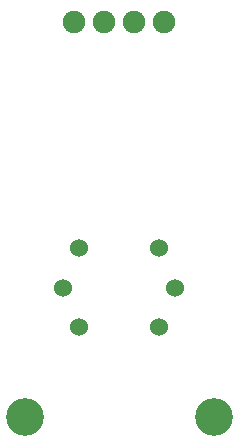
<source format=gbr>
%TF.GenerationSoftware,KiCad,Pcbnew,(5.99.0-11441-g1a5e63bcab)*%
%TF.CreationDate,2021-07-19T16:29:47+02:00*%
%TF.ProjectId,MQ Breakout,4d512042-7265-4616-9b6f-75742e6b6963,rev?*%
%TF.SameCoordinates,Original*%
%TF.FileFunction,Soldermask,Bot*%
%TF.FilePolarity,Negative*%
%FSLAX46Y46*%
G04 Gerber Fmt 4.6, Leading zero omitted, Abs format (unit mm)*
G04 Created by KiCad (PCBNEW (5.99.0-11441-g1a5e63bcab)) date 2021-07-19 16:29:47*
%MOMM*%
%LPD*%
G01*
G04 APERTURE LIST*
%ADD10C,1.524000*%
%ADD11C,3.200000*%
%ADD12C,1.900000*%
G04 APERTURE END LIST*
D10*
%TO.C,U1*%
X105358757Y-112641243D03*
X106750000Y-116000000D03*
X105358757Y-119358757D03*
X98641243Y-119358757D03*
X97250000Y-116000000D03*
X98641243Y-112641243D03*
%TD*%
D11*
%TO.C,H2*%
X94000000Y-127000000D03*
%TD*%
%TO.C,H1*%
X110000000Y-127000000D03*
%TD*%
D12*
%TO.C,K1*%
X105810000Y-93500000D03*
X103270000Y-93500000D03*
X100730000Y-93500000D03*
X98190000Y-93500000D03*
%TD*%
M02*

</source>
